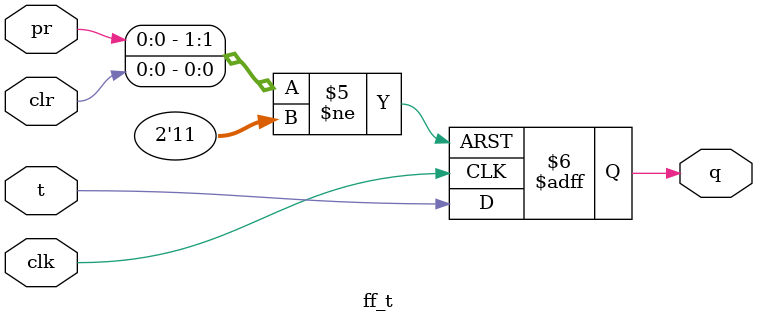
<source format=v>
module ff_t(input t, clk,clr,pr,output reg q);
always @ (posedge clk or negedge clr or negedge pr)
 begin
  if(clr==0)
   q = 0;
  else if(pr==0)
   q = 0;
  else
   q = t;
end
endmodule	
</source>
